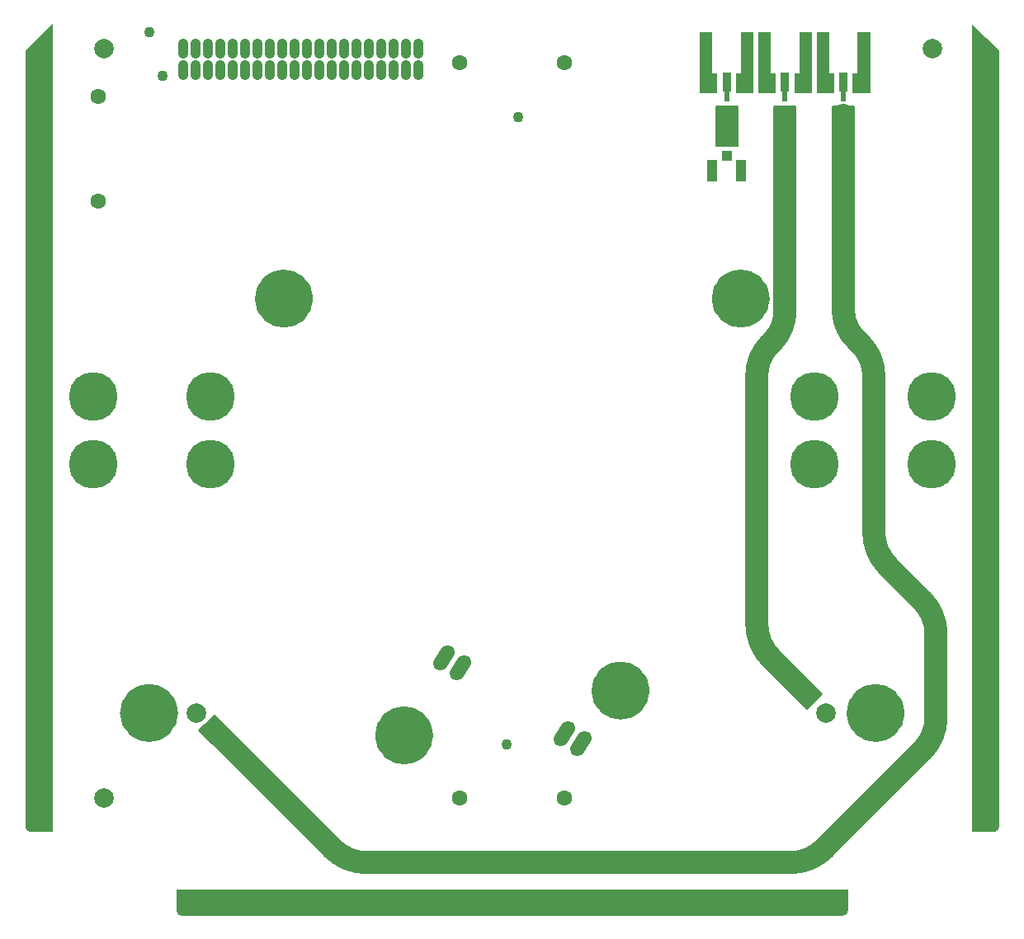
<source format=gbr>
%TF.GenerationSoftware,KiCad,Pcbnew,6.0.11+dfsg-1*%
%TF.CreationDate,2023-02-20T23:54:33-08:00*%
%TF.ProjectId,minusz-end-card-oresat0,6d696e75-737a-42d6-956e-642d63617264,rev?*%
%TF.SameCoordinates,Original*%
%TF.FileFunction,Soldermask,Top*%
%TF.FilePolarity,Negative*%
%FSLAX46Y46*%
G04 Gerber Fmt 4.6, Leading zero omitted, Abs format (unit mm)*
G04 Created by KiCad (PCBNEW 6.0.11+dfsg-1) date 2023-02-20 23:54:33*
%MOMM*%
%LPD*%
G01*
G04 APERTURE LIST*
G04 Aperture macros list*
%AMHorizOval*
0 Thick line with rounded ends*
0 $1 width*
0 $2 $3 position (X,Y) of the first rounded end (center of the circle)*
0 $4 $5 position (X,Y) of the second rounded end (center of the circle)*
0 Add line between two ends*
20,1,$1,$2,$3,$4,$5,0*
0 Add two circle primitives to create the rounded ends*
1,1,$1,$2,$3*
1,1,$1,$4,$5*%
%AMFreePoly0*
4,1,27,0.429980,2.587373,0.456042,2.542232,0.457200,2.529000,0.457200,0.751000,0.439373,0.702020,0.394232,0.675958,0.381000,0.674800,0.266200,0.674800,0.266200,-0.250000,0.248373,-0.298980,0.203232,-0.325042,0.190000,-0.326200,-0.190000,-0.326200,-0.238980,-0.308373,-0.265042,-0.263232,-0.266200,-0.250000,-0.266200,0.674800,-0.381000,0.674800,-0.429980,0.692627,-0.456042,0.737768,
-0.457200,0.751000,-0.457200,2.529000,-0.439373,2.577980,-0.394232,2.604042,-0.381000,2.605200,0.381000,2.605200,0.429980,2.587373,0.429980,2.587373,$1*%
G04 Aperture macros list end*
%ADD10C,0.200000*%
%ADD11C,2.400000*%
%ADD12C,3.000000*%
%ADD13C,5.000000*%
%ADD14FreePoly0,0.000000*%
%ADD15C,1.100000*%
%ADD16O,1.092200X2.057400*%
%ADD17C,2.000000*%
%ADD18R,1.000000X1.050000*%
%ADD19R,1.050000X2.200000*%
%ADD20C,1.600000*%
%ADD21C,3.700000*%
%ADD22HorizOval,1.477000X-0.361186X-0.570237X0.361186X0.570237X0*%
G04 APERTURE END LIST*
D10*
G36*
X180304163Y-129592893D02*
G01*
X178748528Y-131148528D01*
X177400000Y-129800000D01*
X178955635Y-128244365D01*
X180304163Y-129592893D01*
G37*
X180304163Y-129592893D02*
X178748528Y-131148528D01*
X177400000Y-129800000D01*
X178955635Y-128244365D01*
X180304163Y-129592893D01*
D11*
X174918000Y-93682000D02*
X175182000Y-93418000D01*
X185600028Y-96864000D02*
G75*
G03*
X184282000Y-93682000I-4500028J0D01*
G01*
X173600007Y-122376500D02*
G75*
G03*
X175064500Y-125912100I5000093J0D01*
G01*
X192000000Y-131928900D02*
X192000000Y-123471100D01*
X183818000Y-93218000D02*
X184282000Y-93682000D01*
X177028900Y-146899993D02*
G75*
G03*
X180564500Y-145435500I0J5000093D01*
G01*
X191999993Y-123471100D02*
G75*
G03*
X190535500Y-119935500I-5000093J0D01*
G01*
D10*
X181400000Y-70800000D02*
X183600000Y-70800000D01*
X183600000Y-70800000D02*
X183600000Y-69200000D01*
X183600000Y-69200000D02*
X181400000Y-69200000D01*
X181400000Y-69200000D02*
X181400000Y-70800000D01*
G36*
X181400000Y-70800000D02*
G01*
X183600000Y-70800000D01*
X183600000Y-69200000D01*
X181400000Y-69200000D01*
X181400000Y-70800000D01*
G37*
D11*
X182500000Y-90360000D02*
X182500000Y-70200000D01*
X176500000Y-70400000D02*
X176500000Y-90236000D01*
X170500000Y-70400000D02*
X170500000Y-72000000D01*
X173600000Y-96864000D02*
X173600000Y-122376500D01*
X180564500Y-145435500D02*
X190535500Y-135464500D01*
X185600000Y-112928900D02*
X185600000Y-96864000D01*
X174918019Y-93682019D02*
G75*
G03*
X173600000Y-96864000I3181981J-3181981D01*
G01*
X190535505Y-135464505D02*
G75*
G03*
X192000000Y-131928900I-3535605J3535605D01*
G01*
X133574600Y-146900000D02*
X177028900Y-146900000D01*
X175064500Y-125912100D02*
X178300000Y-129150000D01*
X130039116Y-145435484D02*
G75*
G03*
X133574600Y-146900000I3535584J3535484D01*
G01*
X190535500Y-119935500D02*
X187064500Y-116464500D01*
D10*
X175400000Y-70800000D02*
X177600000Y-70800000D01*
X177600000Y-70800000D02*
X177600000Y-69200000D01*
X177600000Y-69200000D02*
X175400000Y-69200000D01*
X175400000Y-69200000D02*
X175400000Y-70800000D01*
G36*
X175400000Y-70800000D02*
G01*
X177600000Y-70800000D01*
X177600000Y-69200000D01*
X175400000Y-69200000D01*
X175400000Y-70800000D01*
G37*
G36*
X119279899Y-133117157D02*
G01*
X117724264Y-134672792D01*
X116375736Y-133324264D01*
X117931371Y-131768629D01*
X119279899Y-133117157D01*
G37*
X119279899Y-133117157D02*
X117724264Y-134672792D01*
X116375736Y-133324264D01*
X117931371Y-131768629D01*
X119279899Y-133117157D01*
D11*
X185600007Y-112928900D02*
G75*
G03*
X187064500Y-116464500I5000093J0D01*
G01*
X182499973Y-90360001D02*
G75*
G03*
X183818000Y-93218000I4108927J162001D01*
G01*
D10*
X169400000Y-73300000D02*
X171600000Y-73300000D01*
X171600000Y-73300000D02*
X171600000Y-71700000D01*
X171600000Y-71700000D02*
X169400000Y-71700000D01*
X169400000Y-71700000D02*
X169400000Y-73300000D01*
G36*
X169400000Y-73300000D02*
G01*
X171600000Y-73300000D01*
X171600000Y-71700000D01*
X169400000Y-71700000D01*
X169400000Y-73300000D01*
G37*
D11*
X118700000Y-134100000D02*
X130039100Y-145435500D01*
X175181981Y-93417981D02*
G75*
G03*
X176500000Y-90236000I-3181981J3181981D01*
G01*
D10*
X169400000Y-70800000D02*
X171600000Y-70800000D01*
X171600000Y-70800000D02*
X171600000Y-69200000D01*
X171600000Y-69200000D02*
X169400000Y-69200000D01*
X169400000Y-69200000D02*
X169400000Y-70800000D01*
G36*
X169400000Y-70800000D02*
G01*
X171600000Y-70800000D01*
X171600000Y-69200000D01*
X169400000Y-69200000D01*
X169400000Y-70800000D01*
G37*
%TO.C,CM2*%
G36*
X179243202Y-67872193D02*
G01*
X177439802Y-67872193D01*
X177439802Y-65814793D01*
X177947802Y-65814793D01*
X177947802Y-61623793D01*
X179243202Y-61623793D01*
X179243202Y-67872193D01*
G37*
G36*
X175052202Y-65814793D02*
G01*
X175560202Y-65814793D01*
X175560202Y-67872193D01*
X173756802Y-67872193D01*
X173756802Y-61623793D01*
X175052202Y-61623793D01*
X175052202Y-65814793D01*
G37*
%TO.C,CM3*%
G36*
X185243202Y-67872193D02*
G01*
X183439802Y-67872193D01*
X183439802Y-65814793D01*
X183947802Y-65814793D01*
X183947802Y-61623793D01*
X185243202Y-61623793D01*
X185243202Y-67872193D01*
G37*
G36*
X181052202Y-65814793D02*
G01*
X181560202Y-65814793D01*
X181560202Y-67872193D01*
X179756802Y-67872193D01*
X179756802Y-61623793D01*
X181052202Y-61623793D01*
X181052202Y-65814793D01*
G37*
%TO.C,PCB1*%
G36*
X198450000Y-63478154D02*
G01*
X198450000Y-143203277D01*
X198431676Y-143342463D01*
X198376688Y-143475216D01*
X198289213Y-143589213D01*
X198175216Y-143676688D01*
X198042463Y-143731676D01*
X197903277Y-143750000D01*
X195650000Y-143750000D01*
X195650000Y-60885562D01*
X198450000Y-63478154D01*
G37*
G36*
X101350000Y-143750000D02*
G01*
X99096723Y-143750000D01*
X98957537Y-143731676D01*
X98824784Y-143676688D01*
X98710787Y-143589213D01*
X98621265Y-143472548D01*
X98550000Y-143206583D01*
X98550000Y-63479289D01*
X101350000Y-60679289D01*
X101350000Y-143750000D01*
G37*
G36*
X182950000Y-151803277D02*
G01*
X182931676Y-151942463D01*
X182876688Y-152075216D01*
X182789213Y-152189213D01*
X182675216Y-152276688D01*
X182542463Y-152331676D01*
X182403277Y-152350000D01*
X114596723Y-152350000D01*
X114457537Y-152331676D01*
X114324784Y-152276688D01*
X114210787Y-152189213D01*
X114121265Y-152072548D01*
X114050000Y-151806583D01*
X114050000Y-149650000D01*
X182950000Y-149650000D01*
X182950000Y-151803277D01*
G37*
%TO.C,CM1*%
G36*
X169052209Y-65814803D02*
G01*
X169560209Y-65814803D01*
X169560209Y-67872203D01*
X167756809Y-67872203D01*
X167756809Y-61623803D01*
X169052209Y-61623803D01*
X169052209Y-65814803D01*
G37*
G36*
X173243209Y-67872203D02*
G01*
X171439809Y-67872203D01*
X171439809Y-65814803D01*
X171947809Y-65814803D01*
X171947809Y-61623803D01*
X173243209Y-61623803D01*
X173243209Y-67872203D01*
G37*
%TO.C,HW1*%
D12*
X187287300Y-131534900D02*
G75*
G03*
X187287300Y-131534900I-1500000J0D01*
G01*
%TO.C,HW3*%
X138912902Y-133834934D02*
G75*
G03*
X138912902Y-133834934I-1500000J0D01*
G01*
%TO.C,HW5*%
X173450274Y-88973620D02*
G75*
G03*
X173450274Y-88973620I-1500000J0D01*
G01*
%TO.C,HW6*%
X126575530Y-88973620D02*
G75*
G03*
X126575530Y-88973620I-1500000J0D01*
G01*
%TO.C,HW2*%
X161112902Y-129233485D02*
G75*
G03*
X161112902Y-129233485I-1500000J0D01*
G01*
%TO.C,HW4*%
X112738459Y-131534934D02*
G75*
G03*
X112738459Y-131534934I-1500000J0D01*
G01*
%TD*%
D13*
%TO.C,REF\u002A\u002A*%
X179512902Y-99005193D03*
%TD*%
%TO.C,REF\u002A\u002A*%
X105512902Y-106005193D03*
%TD*%
D14*
%TO.C,CM2*%
X176500002Y-68419993D03*
%TD*%
D15*
%TO.C,TP6*%
X149100002Y-70299993D03*
%TD*%
D13*
%TO.C,REF\u002A\u002A*%
X191512902Y-99005193D03*
%TD*%
D14*
%TO.C,CM3*%
X182500002Y-68419993D03*
%TD*%
D13*
%TO.C,REF\u002A\u002A*%
X117512902Y-99005193D03*
%TD*%
%TO.C,REF\u002A\u002A*%
X179512902Y-106005193D03*
%TD*%
D16*
%TO.C,J1*%
X138911502Y-63293193D03*
X138911502Y-65528393D03*
X137641502Y-63293193D03*
X137641502Y-65528393D03*
X136371502Y-63293193D03*
X136371502Y-65528393D03*
X135101502Y-63293193D03*
X135101502Y-65528393D03*
X133831502Y-63293193D03*
X133831502Y-65528393D03*
X132561502Y-63293193D03*
X132561502Y-65528393D03*
X131291502Y-63293193D03*
X131291502Y-65528393D03*
X130021502Y-63293193D03*
X130021502Y-65528393D03*
X128751502Y-63293193D03*
X128751502Y-65528393D03*
X127481502Y-63293193D03*
X127481502Y-65528393D03*
X126211502Y-63293193D03*
X126211502Y-65528393D03*
X124941502Y-63293193D03*
X124941502Y-65528393D03*
X123671502Y-63293193D03*
X123671502Y-65528393D03*
X122401502Y-63293193D03*
X122401502Y-65528393D03*
X121131502Y-63293193D03*
X121131502Y-65528393D03*
X119861502Y-63293193D03*
X119861502Y-65528393D03*
X118591502Y-63293193D03*
X118591502Y-65528393D03*
X117321502Y-63293193D03*
X117321502Y-65528393D03*
X116051502Y-63293193D03*
X116051502Y-65528393D03*
X114781502Y-63293193D03*
X114781502Y-65528393D03*
%TD*%
D14*
%TO.C,CM1*%
X170500009Y-68420003D03*
%TD*%
D15*
%TO.C,TP1*%
X111300002Y-61599993D03*
%TD*%
%TO.C,TP4*%
X147900002Y-134799993D03*
%TD*%
D17*
%TO.C,J6*%
X116138459Y-131534934D03*
%TD*%
%TO.C,J4*%
X180687300Y-131534900D03*
%TD*%
D13*
%TO.C,REF\u002A\u002A*%
X117512902Y-106005193D03*
%TD*%
%TO.C,REF\u002A\u002A*%
X105512902Y-99005193D03*
%TD*%
D17*
%TO.C,FID3*%
X191600002Y-63299993D03*
%TD*%
D18*
%TO.C,J2*%
X170500000Y-74350000D03*
D19*
X169025000Y-75875000D03*
X171975000Y-75875000D03*
%TD*%
D13*
%TO.C,REF\u002A\u002A*%
X191512902Y-106005193D03*
%TD*%
D17*
%TO.C,FID1*%
X106600002Y-140299993D03*
%TD*%
D15*
%TO.C,TP2*%
X112647902Y-66087193D03*
%TD*%
D17*
%TO.C,FID2*%
X106600002Y-63299993D03*
%TD*%
D20*
%TO.C,J3*%
X153885002Y-140249993D03*
X143115002Y-140249993D03*
%TD*%
D21*
%TO.C,HW1*%
X185787300Y-131534900D03*
%TD*%
%TO.C,HW3*%
X137412902Y-133834934D03*
%TD*%
%TO.C,HW5*%
X171950274Y-88973620D03*
%TD*%
D20*
%TO.C,CF1*%
X106000002Y-68214993D03*
X106000002Y-78984993D03*
%TD*%
D21*
%TO.C,HW6*%
X125075530Y-88973620D03*
%TD*%
%TO.C,HW2*%
X159612902Y-129233485D03*
%TD*%
%TO.C,HW4*%
X111238459Y-131534934D03*
%TD*%
D20*
%TO.C,J5*%
X143127902Y-64766393D03*
X153897902Y-64766393D03*
%TD*%
D22*
%TO.C,R1*%
X141488200Y-125837710D03*
X143177790Y-126907889D03*
X153822210Y-133650021D03*
X155511800Y-134720200D03*
%TD*%
M02*

</source>
